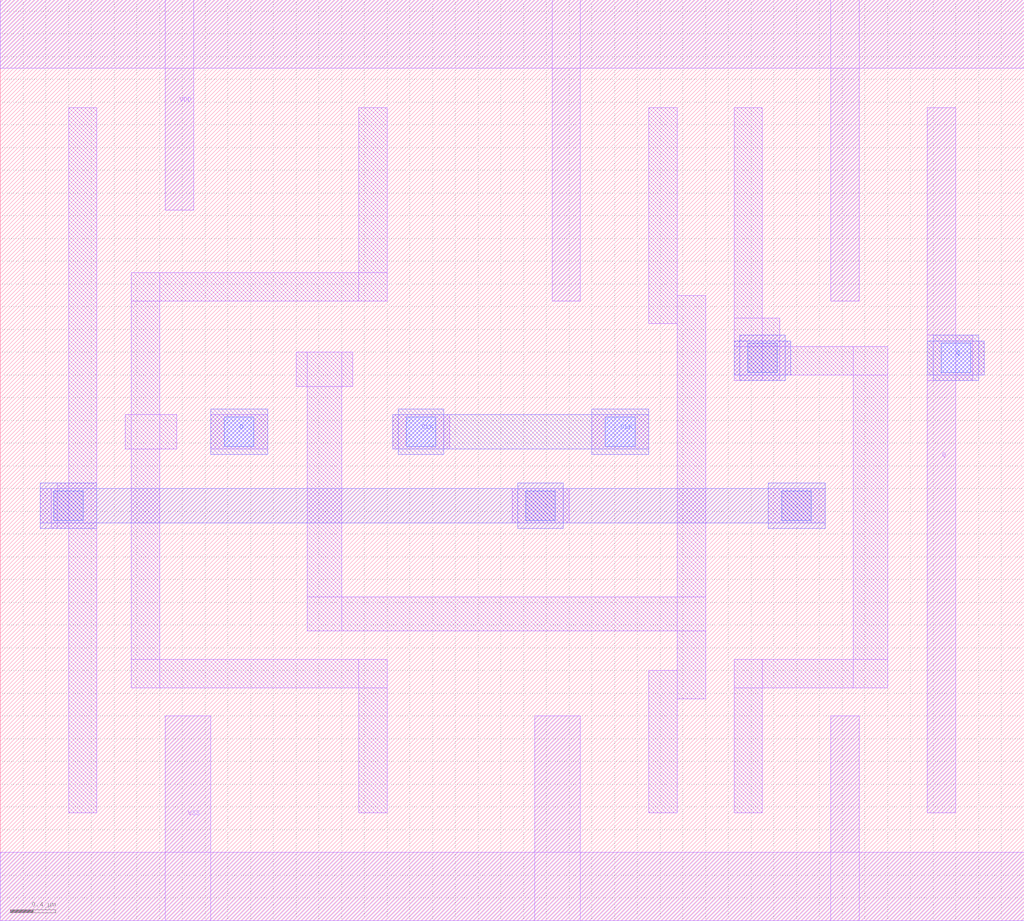
<source format=lef>
# Copyright 2022 Google LLC
# Licensed under the Apache License, Version 2.0 (the "License");
# you may not use this file except in compliance with the License.
# You may obtain a copy of the License at
#
#      http://www.apache.org/licenses/LICENSE-2.0
#
# Unless required by applicable law or agreed to in writing, software
# distributed under the License is distributed on an "AS IS" BASIS,
# WITHOUT WARRANTIES OR CONDITIONS OF ANY KIND, either express or implied.
# See the License for the specific language governing permissions and
# limitations under the License.
VERSION 5.7 ;
BUSBITCHARS "[]" ;
DIVIDERCHAR "/" ;

MACRO gf180mcu_osu_sc_gp12t3v3__dlat_1
  CLASS CORE ;
  ORIGIN 0 0 ;
  FOREIGN gf180mcu_osu_sc_gp12t3v3__dlat_1 0 0 ;
  SIZE 9 BY 8.1 ;
  SYMMETRY X Y ;
  SITE gf180mcu_osu_sc_gp12t3v3 ;
  PIN CLK
    DIRECTION INPUT ;
    USE CLOCK ;
    PORT
      LAYER MET2 ;
        RECT 5.2 4.1 5.7 4.5 ;
        RECT 3.45 4.15 5.7 4.45 ;
        RECT 3.5 4.1 3.9 4.5 ;
      LAYER MET1 ;
        RECT 5.2 4.15 5.7 4.45 ;
        RECT 3.45 4.15 3.95 4.45 ;
      LAYER VIA12 ;
        RECT 3.57 4.17 3.83 4.43 ;
        RECT 5.32 4.17 5.58 4.43 ;
    END
  END CLK
  PIN VDD
    DIRECTION INOUT ;
    USE POWER ;
    SHAPE ABUTMENT ;
    PORT
      LAYER MET1 ;
        RECT 0 7.5 9 8.1 ;
        RECT 7.3 5.45 7.55 8.1 ;
        RECT 4.85 5.45 5.1 8.1 ;
        RECT 1.45 6.25 1.7 8.1 ;
    END
  END VDD
  PIN VSS
    DIRECTION INOUT ;
    USE GROUND ;
    PORT
      LAYER MET1 ;
        RECT 0 0 9 0.6 ;
        RECT 7.3 0 7.55 1.8 ;
        RECT 4.7 0 5.1 1.8 ;
        RECT 1.45 0 1.85 1.8 ;
    END
  END VSS
  PIN D
    DIRECTION INPUT ;
    USE SIGNAL ;
    PORT
      LAYER MET2 ;
        RECT 1.85 4.1 2.35 4.5 ;
      LAYER MET1 ;
        RECT 1.85 4.15 2.35 4.45 ;
      LAYER VIA12 ;
        RECT 1.97 4.17 2.23 4.43 ;
    END
  END D
  PIN Q
    DIRECTION OUTPUT ;
    USE SIGNAL ;
    PORT
      LAYER MET2 ;
        RECT 8.15 4.8 8.65 5.1 ;
        RECT 8.2 4.75 8.6 5.15 ;
      LAYER MET1 ;
        RECT 8.15 4.8 8.65 5.1 ;
        RECT 8.15 4.75 8.55 5.15 ;
        RECT 8.15 0.95 8.4 7.15 ;
      LAYER VIA12 ;
        RECT 8.27 4.82 8.53 5.08 ;
    END
  END Q
  OBS
    LAYER MET2 ;
      RECT 6.75 3.45 7.25 3.85 ;
      RECT 4.55 3.45 4.95 3.85 ;
      RECT 0.35 3.45 0.85 3.85 ;
      RECT 0.35 3.5 7.25 3.8 ;
      RECT 6.5 4.75 6.9 5.15 ;
      RECT 6.45 4.8 6.95 5.1 ;
    LAYER VIA12 ;
      RECT 6.87 3.52 7.13 3.78 ;
      RECT 6.57 4.82 6.83 5.08 ;
      RECT 4.62 3.52 4.88 3.78 ;
      RECT 0.47 3.52 0.73 3.78 ;
    LAYER MET1 ;
      RECT 6.45 4.75 6.7 7.15 ;
      RECT 6.45 4.75 6.85 5.3 ;
      RECT 6.45 4.8 6.95 5.1 ;
      RECT 6.45 4.8 7.8 5.05 ;
      RECT 7.5 2.05 7.8 5.05 ;
      RECT 6.45 2.05 7.8 2.3 ;
      RECT 6.45 0.95 6.7 2.3 ;
      RECT 5.7 5.25 5.95 7.15 ;
      RECT 5.95 1.95 6.2 5.5 ;
      RECT 2.6 4.7 3.1 5 ;
      RECT 2.7 2.55 3 5 ;
      RECT 2.7 2.55 6.2 2.85 ;
      RECT 5.7 0.95 5.95 2.2 ;
      RECT 3.15 5.45 3.4 7.15 ;
      RECT 1.15 5.45 3.4 5.7 ;
      RECT 1.15 2.05 1.4 5.7 ;
      RECT 1.1 4.15 1.55 4.45 ;
      RECT 1.15 2.05 3.4 2.3 ;
      RECT 3.15 0.95 3.4 2.3 ;
      RECT 0.6 0.95 0.85 7.15 ;
      RECT 0.5 3.45 0.85 3.85 ;
      RECT 0.35 3.5 0.85 3.8 ;
      RECT 0.45 3.45 0.85 3.8 ;
      RECT 6.75 3.5 7.25 3.8 ;
      RECT 4.5 3.5 5 3.8 ;
  END
END gf180mcu_osu_sc_gp12t3v3__dlat_1

</source>
